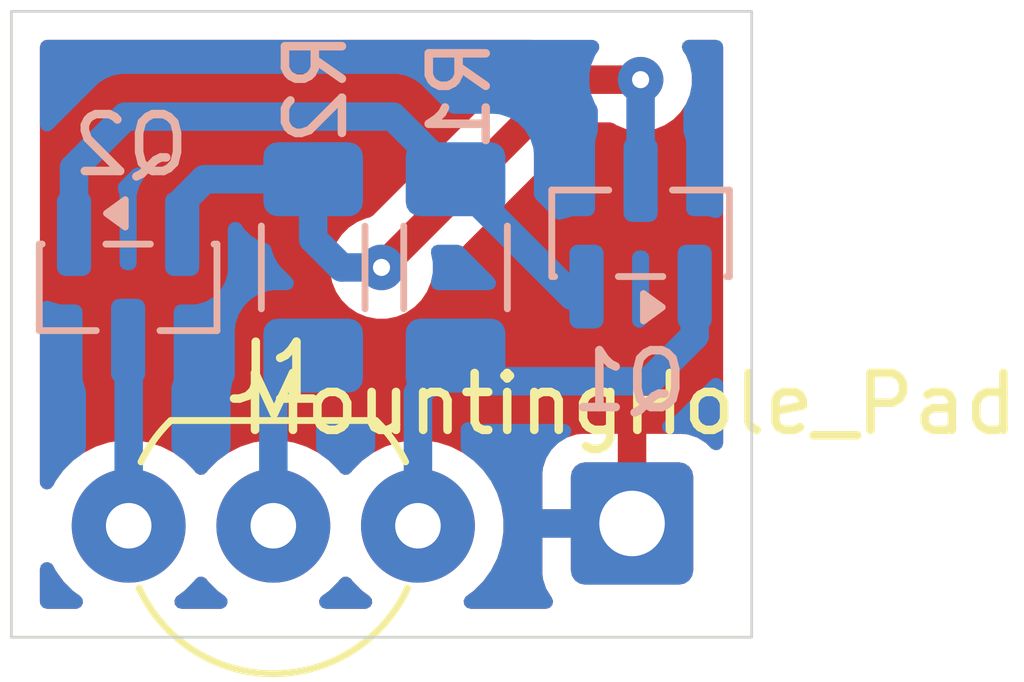
<source format=kicad_pcb>
(kicad_pcb (version 20241229) (generator "pcbnew") (generator_version "9.0")
  (layers (0 "F.Cu" signal) (2 "B.Cu" signal) (13 "F.Paste" user) (15 "B.Paste" user) (5 "F.SilkS" user "F.Silkscreen") (7 "B.SilkS" user "B.Silkscreen") (1 "F.Mask" user) (3 "B.Mask" user) (25 "Edge.Cuts" user))
  (net 0 "")
  (net 1 "Net-(J1-Pin_2)")
  (net 2 "Net-(J1-Pin_3)")
  (net 3 "Net-(J1-Pin_1)")
  (net 4 "Net-(Q1-B)")
  (net 5 "GND")
  (net 6 "Net-(Q1-C)")
  (footprint "Connector_Wire:SolderWire-0.5sqmm_1x01_D0.9mm_OD2.1mm" (layer "F.Cu") (at 122.7 74.4)
    (property "Reference" "H1" (hide yes))
    (property "Value" "MountingHole_Pad" (at -0.05 -2.1 0) (layer "F.SilkS"))
    (pad "1" thru_hole roundrect (at 0 0) (size 2.15 2.15) (drill 1.15) (layers "*.Cu" "*.Mask") (roundrect_rratio 0.116279) (net 5 "GND"))
  )
  (footprint "Package_TO_SOT_THT:TO-92_Inline_Wide" (layer "F.Cu") (at 118.94 74.44 180)
    (property "Reference" "J1" (at 2.515 2.69 0) (layer "F.SilkS"))
    (property "Value" "Conn_01x03")
    (fp_line (start 0.74 1.85) (end 4.34 1.85) (stroke (width 0.12)) (layer "F.SilkS"))
    (fp_arc (start 4.864184 1.122795) (mid 4.633903 1.509328) (end 4.34 1.85) (stroke (width 0.12)) (layer "F.SilkS"))
    (fp_arc (start 2.54 -2.6) (mid 3.936979 -2.192818) (end 4.8964 -1.098807) (stroke (width 0.12)) (layer "F.SilkS"))
    (fp_arc (start 0.74 1.85) (mid 0.446097 1.509328) (end 0.215816 1.122795) (stroke (width 0.12)) (layer "F.SilkS"))
    (fp_arc (start 0.1836 -1.098807) (mid 1.143021 -2.192817) (end 2.54 -2.6) (stroke (width 0.12)) (layer "F.SilkS"))
    (pad "1" thru_hole circle (at 0 0 180) (size 2 2) (drill 0.8) (layers "*.Cu" "*.Mask") (net 3 "Net-(J1-Pin_1)"))
    (pad "2" thru_hole circle (at 2.54 0 180) (size 2 2) (drill 0.8) (layers "*.Cu" "*.Mask") (net 1 "Net-(J1-Pin_2)"))
    (pad "3" thru_hole circle (at 5.08 0 180) (size 2 2) (drill 0.8) (layers "*.Cu" "*.Mask") (net 2 "Net-(J1-Pin_3)"))
  )
  (footprint "Package_TO_SOT_SMD:SOT-23" (layer "B.Cu") (at 113.85 70.25 -90)
    (property "Reference" "Q2" (at -2.5 -0.05 180) (layer "B.SilkS") (effects (justify mirror)))
    (property "Value" "BC858R")
    (fp_line (start -0.76 1.56) (end 0.76 1.56) (stroke (width 0.12)) (layer "B.SilkS"))
    (fp_line (start 0.76 1.56) (end 0.76 0.56) (stroke (width 0.12)) (layer "B.SilkS"))
    (fp_line (start -0.76 1.51) (end -0.76 1.56) (stroke (width 0.12)) (layer "B.SilkS"))
    (fp_line (start -0.76 -0.39) (end -0.76 0.39) (stroke (width 0.12)) (layer "B.SilkS"))
    (fp_line (start 0.76 -0.56) (end 0.76 -1.56) (stroke (width 0.12)) (layer "B.SilkS"))
    (fp_line (start -0.76 -1.56) (end -0.76 -1.51) (stroke (width 0.12)) (layer "B.SilkS"))
    (fp_line (start 0.76 -1.56) (end -0.76 -1.56) (stroke (width 0.12)) (layer "B.SilkS"))
    (fp_poly (pts (xy -1.3 0.38) (xy -1.06 0.05) (xy -1.54 0.05)) (stroke (width 0.12)) (fill yes) (layer "B.SilkS"))
    (pad "1" smd roundrect (at -0.9375 0.95 270) (size 1.475 0.6) (layers "B.Cu" "B.Mask" "B.Paste") (net 4 "Net-(Q1-B)"))
    (pad "2" smd roundrect (at -0.9375 -0.95 270) (size 1.475 0.6) (layers "B.Cu" "B.Mask" "B.Paste") (net 6 "Net-(Q1-C)"))
    (pad "3" smd roundrect (at 0.9375 0 270) (size 1.475 0.6) (layers "B.Cu" "B.Mask" "B.Paste") (net 2 "Net-(J1-Pin_3)"))
  )
  (footprint "Resistor_SMD:R_1206_3216Metric_Pad1.30x1.75mm_HandSolder" (layer "B.Cu") (at 117.1 69.9 -90)
    (property "Reference" "R2" (at -3.15 -0.05 90) (layer "B.SilkS") (effects (justify mirror)))
    (property "Value" "47K")
    (fp_line (start -0.727064 0.91) (end 0.727064 0.91) (stroke (width 0.12)) (layer "B.SilkS"))
    (fp_line (start -0.727064 -0.91) (end 0.727064 -0.91) (stroke (width 0.12)) (layer "B.SilkS"))
    (pad "1" smd roundrect (at -1.55 0 270) (size 1.3 1.75) (layers "B.Cu" "B.Mask" "B.Paste") (roundrect_rratio 0.192308) (net 6 "Net-(Q1-C)"))
    (pad "2" smd roundrect (at 1.55 0 270) (size 1.3 1.75) (layers "B.Cu" "B.Mask" "B.Paste") (roundrect_rratio 0.192308) (net 1 "Net-(J1-Pin_2)"))
  )
  (footprint "Resistor_SMD:R_1206_3216Metric_Pad1.30x1.75mm_HandSolder" (layer "B.Cu") (at 119.6 69.9 90)
    (property "Reference" "R1" (at 3.025 0.075 90) (layer "B.SilkS") (effects (justify mirror)))
    (property "Value" "91")
    (fp_line (start -0.727064 -0.91) (end 0.727064 -0.91) (stroke (width 0.12)) (layer "B.SilkS"))
    (fp_line (start -0.727064 0.91) (end 0.727064 0.91) (stroke (width 0.12)) (layer "B.SilkS"))
    (pad "1" smd roundrect (at -1.55 0 90) (size 1.3 1.75) (layers "B.Cu" "B.Mask" "B.Paste") (roundrect_rratio 0.192308) (net 3 "Net-(J1-Pin_1)"))
    (pad "2" smd roundrect (at 1.55 0 90) (size 1.3 1.75) (layers "B.Cu" "B.Mask" "B.Paste") (roundrect_rratio 0.192308) (net 4 "Net-(Q1-B)"))
  )
  (footprint "Package_TO_SOT_SMD:SOT-23" (layer "B.Cu") (at 122.85 69.3 90)
    (property "Reference" "Q1" (at -2.6 -0.2 0) (layer "B.SilkS") (effects (justify mirror)))
    (property "Value" "BC858R")
    (fp_line (start 0.76 -1.56) (end -0.76 -1.56) (stroke (width 0.12)) (layer "B.SilkS"))
    (fp_line (start -0.76 -1.56) (end -0.76 -1.51) (stroke (width 0.12)) (layer "B.SilkS"))
    (fp_line (start 0.76 -0.56) (end 0.76 -1.56) (stroke (width 0.12)) (layer "B.SilkS"))
    (fp_line (start -0.76 -0.39) (end -0.76 0.39) (stroke (width 0.12)) (layer "B.SilkS"))
    (fp_line (start -0.76 1.51) (end -0.76 1.56) (stroke (width 0.12)) (layer "B.SilkS"))
    (fp_line (start 0.76 1.56) (end 0.76 0.56) (stroke (width 0.12)) (layer "B.SilkS"))
    (fp_line (start -0.76 1.56) (end 0.76 1.56) (stroke (width 0.12)) (layer "B.SilkS"))
    (fp_poly (pts (xy -1.3 0.38) (xy -1.06 0.05) (xy -1.54 0.05)) (stroke (width 0.12)) (fill yes) (layer "B.SilkS"))
    (pad "1" smd roundrect (at -0.9375 0.95 90) (size 1.475 0.6) (layers "B.Cu" "B.Mask" "B.Paste") (net 3 "Net-(J1-Pin_1)"))
    (pad "2" smd roundrect (at -0.9375 -0.95 90) (size 1.475 0.6) (layers "B.Cu" "B.Mask" "B.Paste") (net 4 "Net-(Q1-B)"))
    (pad "3" smd roundrect (at 0.9375 0 90) (size 1.475 0.6) (layers "B.Cu" "B.Mask" "B.Paste") (net 6 "Net-(Q1-C)"))
  )
  (gr_rect (start 111.8 65.4) (end 124.8 76.4) (stroke (width 0.05)) (fill no) (layer "Edge.Cuts"))
  (segment (start 116.4 74.44) (end 116.4 72.15) (width 0.5) (layer "B.Cu") (net 1))
  (segment (start 116.4 72.15) (end 117.1 71.45) (width 0.5) (layer "B.Cu") (net 1))
  (segment (start 113.86 74.47125) (end 113.86 71.12875) (width 0.5) (layer "B.Cu") (net 2))
  (segment (start 123 71.9) (end 123.8 71.1) (width 0.5) (layer "B.Cu") (net 3))
  (segment (start 120.05 71.9) (end 123 71.9) (width 0.5) (layer "B.Cu") (net 3))
  (segment (start 118.94 74.44) (end 118.94 72.11) (width 0.5) (layer "B.Cu") (net 3))
  (segment (start 118.94 72.11) (end 119.6 71.45) (width 0.5) (layer "B.Cu") (net 3))
  (segment (start 123.8 71.1) (end 123.8 70.4) (width 0.5) (layer "B.Cu") (net 3))
  (segment (start 118.499 67.249) (end 119.6 68.35) (width 0.5) (layer "B.Cu") (net 4))
  (segment (start 121.9 70.4) (end 121.65 70.4) (width 0.5) (layer "B.Cu") (net 4))
  (segment (start 112.9 68.35) (end 112.9 68.15) (width 0.5) (layer "B.Cu") (net 4))
  (segment (start 112.9 68.15) (end 113.801 67.249) (width 0.5) (layer "B.Cu") (net 4))
  (segment (start 113.801 67.249) (end 118.499 67.249) (width 0.5) (layer "B.Cu") (net 4))
  (segment (start 112.9 69.3125) (end 112.9 68.35) (width 0.5) (layer "B.Cu") (net 4))
  (segment (start 121.65 70.4) (end 119.6 68.35) (width 0.5) (layer "B.Cu") (net 4))
  (segment (start 121.6 66.6) (end 118.3 69.9) (width 0.5) (layer "F.Cu") (net 6))
  (segment (start 122.85 66.6) (end 121.6 66.6) (width 0.5) (layer "F.Cu") (net 6))
  (via (at 122.85 66.6) (size 0.8) (drill 0.3) (layers "F.Cu" "B.Cu") (net 6))
  (via (at 118.3 69.9) (size 0.8) (drill 0.3) (layers "F.Cu" "B.Cu") (net 6))
  (segment (start 115.19 68.35) (end 117.1 68.35) (width 0.5) (layer "B.Cu") (net 6))
  (segment (start 114.75 68.79) (end 115.19 68.35) (width 0.5) (layer "B.Cu") (net 6))
  (segment (start 122.85 68) (end 122.85 66.6) (width 0.5) (layer "B.Cu") (net 6))
  (segment (start 117.6 69.9) (end 117.1 69.4) (width 0.5) (layer "B.Cu") (net 6))
  (segment (start 117.1 69.4) (end 117.1 68.35) (width 0.5) (layer "B.Cu") (net 6))
  (segment (start 118.3 69.9) (end 117.6 69.9) (width 0.5) (layer "B.Cu") (net 6))
  (zone (net 5) (net_name "GND") (layers "F.Cu" "B.Cu") (connect_pads (clearance 0.5)) (min_thickness 0.25) (fill yes (thermal_gap 0.5) (thermal_bridge_width 0.5) (island_removal_mode 1) (island_area_min 10))
    (polygon (pts (xy 111.6 65.2) (xy 125.236359 65.2) (xy 125.142144 76.6) (xy 111.6 76.6)))
  )
)
</source>
